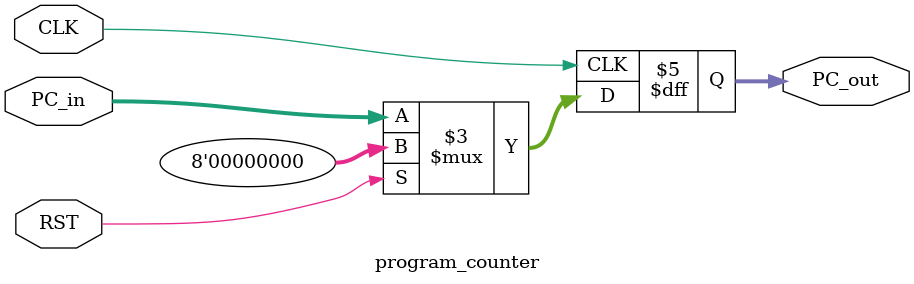
<source format=v>
module program_counter(
	input CLK, RST,
	input [7:0] PC_in,
	output reg [7:0] PC_out
);
	always @(posedge CLK) begin
		if (RST) begin
			PC_out <= 8'b0;
		end else begin
			PC_out <= PC_in;
		end
	end

endmodule
</source>
